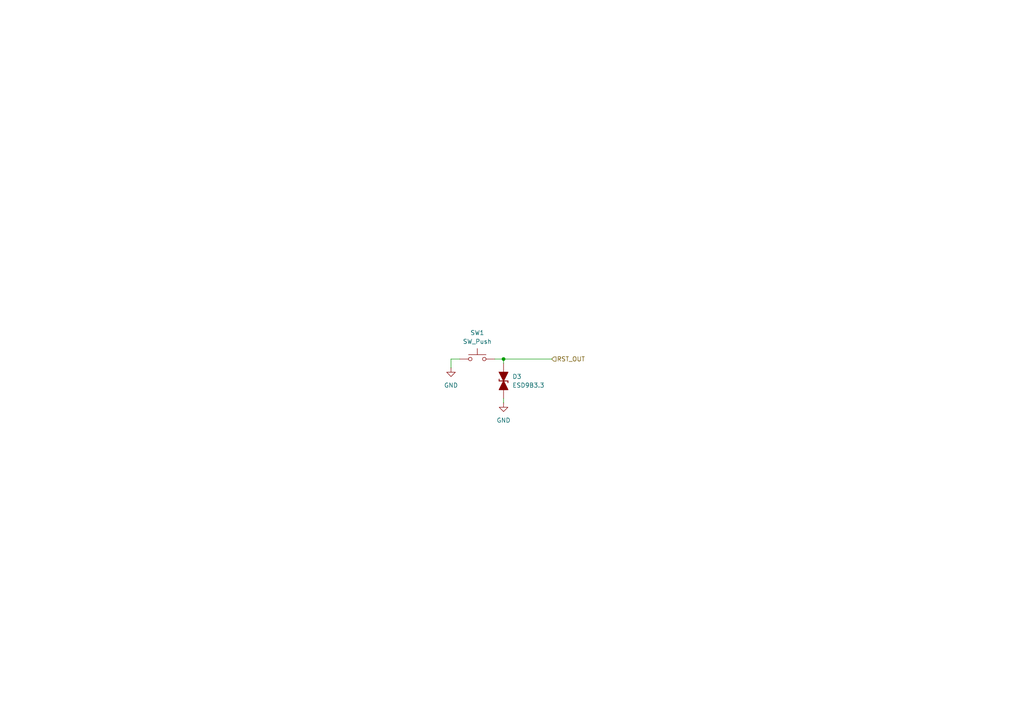
<source format=kicad_sch>
(kicad_sch
	(version 20250114)
	(generator "eeschema")
	(generator_version "9.0")
	(uuid "4f08ac62-08cc-4884-a8d3-935a9d7928d1")
	(paper "A4")
	(lib_symbols
		(symbol "PCM_Diode_TVS_AKL:ESD9B3.3"
			(pin_numbers
				(hide yes)
			)
			(pin_names
				(offset 1.016)
				(hide yes)
			)
			(exclude_from_sim no)
			(in_bom yes)
			(on_board yes)
			(property "Reference" "D"
				(at 0 5.08 0)
				(effects
					(font
						(size 1.27 1.27)
					)
				)
			)
			(property "Value" "ESD9B3.3"
				(at 0 2.54 0)
				(effects
					(font
						(size 1.27 1.27)
					)
				)
			)
			(property "Footprint" "PCM_Diode_SMD_AKL:D_SOD-923_TVS"
				(at 0 0 0)
				(effects
					(font
						(size 1.27 1.27)
					)
					(hide yes)
				)
			)
			(property "Datasheet" "https://www.tme.eu/Document/0fb79d9ad86508c0efdad25a1197dda3/ESD9B5.0ST5G.PDF"
				(at 0 0 0)
				(effects
					(font
						(size 1.27 1.27)
					)
					(hide yes)
				)
			)
			(property "Description" "SOD-923 Bidirectional TVS Diode, 3.3V, Alternate KiCAD Library"
				(at 0 0 0)
				(effects
					(font
						(size 1.27 1.27)
					)
					(hide yes)
				)
			)
			(property "ki_keywords" "diode TVS bidirectional ESD9B"
				(at 0 0 0)
				(effects
					(font
						(size 1.27 1.27)
					)
					(hide yes)
				)
			)
			(property "ki_fp_filters" "TO-???* *_Diode_* *SingleDiode* D_*"
				(at 0 0 0)
				(effects
					(font
						(size 1.27 1.27)
					)
					(hide yes)
				)
			)
			(symbol "ESD9B3.3_0_1"
				(polyline
					(pts
						(xy 0 1.27) (xy 0 -1.27)
					)
					(stroke
						(width 0.254)
						(type default)
					)
					(fill
						(type none)
					)
				)
				(polyline
					(pts
						(xy 0 1.27) (xy 0.508 1.27)
					)
					(stroke
						(width 0.254)
						(type default)
					)
					(fill
						(type none)
					)
				)
				(polyline
					(pts
						(xy 0 0) (xy -2.54 1.27) (xy -2.54 -1.27) (xy 0 0)
					)
					(stroke
						(width 0.254)
						(type default)
					)
					(fill
						(type outline)
					)
				)
				(polyline
					(pts
						(xy 0 -1.27) (xy -0.508 -1.27)
					)
					(stroke
						(width 0.254)
						(type default)
					)
					(fill
						(type none)
					)
				)
				(polyline
					(pts
						(xy 1.27 0) (xy -1.27 0)
					)
					(stroke
						(width 0)
						(type default)
					)
					(fill
						(type none)
					)
				)
				(polyline
					(pts
						(xy 2.54 1.27) (xy 2.54 -1.27) (xy 0 0) (xy 2.54 1.27)
					)
					(stroke
						(width 0.254)
						(type default)
					)
					(fill
						(type outline)
					)
				)
			)
			(symbol "ESD9B3.3_0_2"
				(polyline
					(pts
						(xy -3.81 -3.81) (xy 3.81 3.81)
					)
					(stroke
						(width 0)
						(type default)
					)
					(fill
						(type none)
					)
				)
				(polyline
					(pts
						(xy -1.778 -1.778) (xy -2.667 -0.889) (xy 0 0) (xy -0.889 -2.667) (xy -1.778 -1.778)
					)
					(stroke
						(width 0.254)
						(type default)
					)
					(fill
						(type outline)
					)
				)
				(polyline
					(pts
						(xy -0.889 0.889) (xy -1.27 0.508)
					)
					(stroke
						(width 0.254)
						(type default)
					)
					(fill
						(type none)
					)
				)
				(polyline
					(pts
						(xy -0.889 0.889) (xy 0.889 -0.889)
					)
					(stroke
						(width 0.254)
						(type default)
					)
					(fill
						(type none)
					)
				)
				(polyline
					(pts
						(xy 0.889 -0.889) (xy 1.27 -0.508)
					)
					(stroke
						(width 0.254)
						(type default)
					)
					(fill
						(type none)
					)
				)
				(polyline
					(pts
						(xy 1.778 1.778) (xy 2.667 0.889) (xy 0 0) (xy 0.889 2.667) (xy 1.778 1.778)
					)
					(stroke
						(width 0.254)
						(type default)
					)
					(fill
						(type outline)
					)
				)
			)
			(symbol "ESD9B3.3_1_1"
				(pin passive line
					(at -5.08 0 0)
					(length 2.54)
					(name "K"
						(effects
							(font
								(size 1.27 1.27)
							)
						)
					)
					(number "1"
						(effects
							(font
								(size 1.27 1.27)
							)
						)
					)
				)
				(pin passive line
					(at 5.08 0 180)
					(length 2.54)
					(name "A"
						(effects
							(font
								(size 1.27 1.27)
							)
						)
					)
					(number "2"
						(effects
							(font
								(size 1.27 1.27)
							)
						)
					)
				)
			)
			(symbol "ESD9B3.3_1_2"
				(pin passive line
					(at -3.81 -3.81 0)
					(length 0)
					(name "A"
						(effects
							(font
								(size 1.27 1.27)
							)
						)
					)
					(number "2"
						(effects
							(font
								(size 1.27 1.27)
							)
						)
					)
				)
				(pin passive line
					(at 3.81 3.81 180)
					(length 0)
					(name "K"
						(effects
							(font
								(size 1.27 1.27)
							)
						)
					)
					(number "1"
						(effects
							(font
								(size 1.27 1.27)
							)
						)
					)
				)
			)
			(embedded_fonts no)
		)
		(symbol "Switch:SW_Push"
			(pin_numbers
				(hide yes)
			)
			(pin_names
				(offset 1.016)
				(hide yes)
			)
			(exclude_from_sim no)
			(in_bom yes)
			(on_board yes)
			(property "Reference" "SW"
				(at 1.27 2.54 0)
				(effects
					(font
						(size 1.27 1.27)
					)
					(justify left)
				)
			)
			(property "Value" "SW_Push"
				(at 0 -1.524 0)
				(effects
					(font
						(size 1.27 1.27)
					)
				)
			)
			(property "Footprint" ""
				(at 0 5.08 0)
				(effects
					(font
						(size 1.27 1.27)
					)
					(hide yes)
				)
			)
			(property "Datasheet" "~"
				(at 0 5.08 0)
				(effects
					(font
						(size 1.27 1.27)
					)
					(hide yes)
				)
			)
			(property "Description" "Push button switch, generic, two pins"
				(at 0 0 0)
				(effects
					(font
						(size 1.27 1.27)
					)
					(hide yes)
				)
			)
			(property "ki_keywords" "switch normally-open pushbutton push-button"
				(at 0 0 0)
				(effects
					(font
						(size 1.27 1.27)
					)
					(hide yes)
				)
			)
			(symbol "SW_Push_0_1"
				(circle
					(center -2.032 0)
					(radius 0.508)
					(stroke
						(width 0)
						(type default)
					)
					(fill
						(type none)
					)
				)
				(polyline
					(pts
						(xy 0 1.27) (xy 0 3.048)
					)
					(stroke
						(width 0)
						(type default)
					)
					(fill
						(type none)
					)
				)
				(circle
					(center 2.032 0)
					(radius 0.508)
					(stroke
						(width 0)
						(type default)
					)
					(fill
						(type none)
					)
				)
				(polyline
					(pts
						(xy 2.54 1.27) (xy -2.54 1.27)
					)
					(stroke
						(width 0)
						(type default)
					)
					(fill
						(type none)
					)
				)
				(pin passive line
					(at -5.08 0 0)
					(length 2.54)
					(name "1"
						(effects
							(font
								(size 1.27 1.27)
							)
						)
					)
					(number "1"
						(effects
							(font
								(size 1.27 1.27)
							)
						)
					)
				)
				(pin passive line
					(at 5.08 0 180)
					(length 2.54)
					(name "2"
						(effects
							(font
								(size 1.27 1.27)
							)
						)
					)
					(number "2"
						(effects
							(font
								(size 1.27 1.27)
							)
						)
					)
				)
			)
			(embedded_fonts no)
		)
		(symbol "power:GND"
			(power)
			(pin_numbers
				(hide yes)
			)
			(pin_names
				(offset 0)
				(hide yes)
			)
			(exclude_from_sim no)
			(in_bom yes)
			(on_board yes)
			(property "Reference" "#PWR"
				(at 0 -6.35 0)
				(effects
					(font
						(size 1.27 1.27)
					)
					(hide yes)
				)
			)
			(property "Value" "GND"
				(at 0 -3.81 0)
				(effects
					(font
						(size 1.27 1.27)
					)
				)
			)
			(property "Footprint" ""
				(at 0 0 0)
				(effects
					(font
						(size 1.27 1.27)
					)
					(hide yes)
				)
			)
			(property "Datasheet" ""
				(at 0 0 0)
				(effects
					(font
						(size 1.27 1.27)
					)
					(hide yes)
				)
			)
			(property "Description" "Power symbol creates a global label with name \"GND\" , ground"
				(at 0 0 0)
				(effects
					(font
						(size 1.27 1.27)
					)
					(hide yes)
				)
			)
			(property "ki_keywords" "global power"
				(at 0 0 0)
				(effects
					(font
						(size 1.27 1.27)
					)
					(hide yes)
				)
			)
			(symbol "GND_0_1"
				(polyline
					(pts
						(xy 0 0) (xy 0 -1.27) (xy 1.27 -1.27) (xy 0 -2.54) (xy -1.27 -1.27) (xy 0 -1.27)
					)
					(stroke
						(width 0)
						(type default)
					)
					(fill
						(type none)
					)
				)
			)
			(symbol "GND_1_1"
				(pin power_in line
					(at 0 0 270)
					(length 0)
					(name "~"
						(effects
							(font
								(size 1.27 1.27)
							)
						)
					)
					(number "1"
						(effects
							(font
								(size 1.27 1.27)
							)
						)
					)
				)
			)
			(embedded_fonts no)
		)
	)
	(junction
		(at 146.05 104.14)
		(diameter 0)
		(color 0 0 0 0)
		(uuid "ff33c7fe-1dd0-42ed-83d7-09e98e8aa778")
	)
	(wire
		(pts
			(xy 130.81 104.14) (xy 130.81 106.68)
		)
		(stroke
			(width 0)
			(type default)
		)
		(uuid "00ca8d70-f4c0-4ee2-b29d-bf42e9763162")
	)
	(wire
		(pts
			(xy 160.02 104.14) (xy 146.05 104.14)
		)
		(stroke
			(width 0)
			(type default)
		)
		(uuid "2a5451d0-fc25-4635-bf33-c85df9fd8108")
	)
	(wire
		(pts
			(xy 146.05 115.57) (xy 146.05 116.84)
		)
		(stroke
			(width 0)
			(type default)
		)
		(uuid "32f5204e-727d-41ec-94af-d0e8c8e47be4")
	)
	(wire
		(pts
			(xy 143.51 104.14) (xy 146.05 104.14)
		)
		(stroke
			(width 0)
			(type default)
		)
		(uuid "959d8ada-0e54-45cc-9632-84340172a7c2")
	)
	(wire
		(pts
			(xy 133.35 104.14) (xy 130.81 104.14)
		)
		(stroke
			(width 0)
			(type default)
		)
		(uuid "973c03d9-29c0-49e9-84e5-a6a7165a8761")
	)
	(wire
		(pts
			(xy 146.05 105.41) (xy 146.05 104.14)
		)
		(stroke
			(width 0)
			(type default)
		)
		(uuid "b5aa9087-ac44-482c-9101-2ebd729b082b")
	)
	(hierarchical_label "RST_OUT"
		(shape input)
		(at 160.02 104.14 0)
		(effects
			(font
				(size 1.27 1.27)
			)
			(justify left)
		)
		(uuid "d294f821-78a2-48e1-b529-7dfd0914038e")
	)
	(symbol
		(lib_id "power:GND")
		(at 130.81 106.68 0)
		(unit 1)
		(exclude_from_sim no)
		(in_bom yes)
		(on_board yes)
		(dnp no)
		(fields_autoplaced yes)
		(uuid "4e59f5f0-7d84-4c96-9302-2def7e96d7a3")
		(property "Reference" "#PWR08"
			(at 130.81 113.03 0)
			(effects
				(font
					(size 1.27 1.27)
				)
				(hide yes)
			)
		)
		(property "Value" "GND"
			(at 130.81 111.76 0)
			(effects
				(font
					(size 1.27 1.27)
				)
			)
		)
		(property "Footprint" ""
			(at 130.81 106.68 0)
			(effects
				(font
					(size 1.27 1.27)
				)
				(hide yes)
			)
		)
		(property "Datasheet" ""
			(at 130.81 106.68 0)
			(effects
				(font
					(size 1.27 1.27)
				)
				(hide yes)
			)
		)
		(property "Description" "Power symbol creates a global label with name \"GND\" , ground"
			(at 130.81 106.68 0)
			(effects
				(font
					(size 1.27 1.27)
				)
				(hide yes)
			)
		)
		(pin "1"
			(uuid "5ab9b420-7ef9-42aa-a750-5d48a8133d82")
		)
		(instances
			(project "PLACA"
				(path "/0074ed61-f346-42bd-a29d-d171d80548f4/510462ea-d4f2-4035-93d1-12ab41753ca9/b3f9065f-ff70-432c-bb6d-0a2c512ea445"
					(reference "#PWR08")
					(unit 1)
				)
			)
		)
	)
	(symbol
		(lib_id "power:GND")
		(at 146.05 116.84 0)
		(unit 1)
		(exclude_from_sim no)
		(in_bom yes)
		(on_board yes)
		(dnp no)
		(fields_autoplaced yes)
		(uuid "5ea1c03d-9a28-48ba-b0fe-f279a9e3b163")
		(property "Reference" "#PWR014"
			(at 146.05 123.19 0)
			(effects
				(font
					(size 1.27 1.27)
				)
				(hide yes)
			)
		)
		(property "Value" "GND"
			(at 146.05 121.92 0)
			(effects
				(font
					(size 1.27 1.27)
				)
			)
		)
		(property "Footprint" ""
			(at 146.05 116.84 0)
			(effects
				(font
					(size 1.27 1.27)
				)
				(hide yes)
			)
		)
		(property "Datasheet" ""
			(at 146.05 116.84 0)
			(effects
				(font
					(size 1.27 1.27)
				)
				(hide yes)
			)
		)
		(property "Description" "Power symbol creates a global label with name \"GND\" , ground"
			(at 146.05 116.84 0)
			(effects
				(font
					(size 1.27 1.27)
				)
				(hide yes)
			)
		)
		(pin "1"
			(uuid "4c397543-93ce-4f2d-93f4-21e27cbe35cd")
		)
		(instances
			(project "PLACA"
				(path "/0074ed61-f346-42bd-a29d-d171d80548f4/510462ea-d4f2-4035-93d1-12ab41753ca9/b3f9065f-ff70-432c-bb6d-0a2c512ea445"
					(reference "#PWR014")
					(unit 1)
				)
			)
		)
	)
	(symbol
		(lib_id "Switch:SW_Push")
		(at 138.43 104.14 0)
		(unit 1)
		(exclude_from_sim no)
		(in_bom yes)
		(on_board yes)
		(dnp no)
		(fields_autoplaced yes)
		(uuid "a9afb9b4-aac1-404a-b8b1-d40901f45979")
		(property "Reference" "SW1"
			(at 138.43 96.52 0)
			(effects
				(font
					(size 1.27 1.27)
				)
			)
		)
		(property "Value" "SW_Push"
			(at 138.43 99.06 0)
			(effects
				(font
					(size 1.27 1.27)
				)
			)
		)
		(property "Footprint" "Button_Switch_SMD:SW_Push_1P1T_NO_CK_KSC7xxJ"
			(at 138.43 99.06 0)
			(effects
				(font
					(size 1.27 1.27)
				)
				(hide yes)
			)
		)
		(property "Datasheet" "~"
			(at 138.43 99.06 0)
			(effects
				(font
					(size 1.27 1.27)
				)
				(hide yes)
			)
		)
		(property "Description" "Push button switch, generic, two pins"
			(at 138.43 104.14 0)
			(effects
				(font
					(size 1.27 1.27)
				)
				(hide yes)
			)
		)
		(pin "1"
			(uuid "65291c07-cf6d-4719-9b93-32af57fec774")
		)
		(pin "2"
			(uuid "f33b6078-bec1-4fea-974c-7fae895027fa")
		)
		(instances
			(project "PLACA"
				(path "/0074ed61-f346-42bd-a29d-d171d80548f4/510462ea-d4f2-4035-93d1-12ab41753ca9/b3f9065f-ff70-432c-bb6d-0a2c512ea445"
					(reference "SW1")
					(unit 1)
				)
			)
		)
	)
	(symbol
		(lib_id "PCM_Diode_TVS_AKL:ESD9B3.3")
		(at 146.05 110.49 90)
		(unit 1)
		(exclude_from_sim no)
		(in_bom yes)
		(on_board yes)
		(dnp no)
		(fields_autoplaced yes)
		(uuid "d650a8de-b9eb-4414-bd00-5ace82b3cfe2")
		(property "Reference" "D3"
			(at 148.59 109.2199 90)
			(effects
				(font
					(size 1.27 1.27)
				)
				(justify right)
			)
		)
		(property "Value" "ESD9B3.3"
			(at 148.59 111.7599 90)
			(effects
				(font
					(size 1.27 1.27)
				)
				(justify right)
			)
		)
		(property "Footprint" "PCM_Diode_SMD_AKL:D_SOD-923_TVS"
			(at 146.05 110.49 0)
			(effects
				(font
					(size 1.27 1.27)
				)
				(hide yes)
			)
		)
		(property "Datasheet" "https://www.tme.eu/Document/0fb79d9ad86508c0efdad25a1197dda3/ESD9B5.0ST5G.PDF"
			(at 146.05 110.49 0)
			(effects
				(font
					(size 1.27 1.27)
				)
				(hide yes)
			)
		)
		(property "Description" "SOD-923 Bidirectional TVS Diode, 3.3V, Alternate KiCAD Library"
			(at 146.05 110.49 0)
			(effects
				(font
					(size 1.27 1.27)
				)
				(hide yes)
			)
		)
		(pin "2"
			(uuid "8df928ca-b4f6-4820-acb3-b42305eb7cff")
		)
		(pin "1"
			(uuid "fd646f9a-47ce-4a22-91e3-8335b6e0ebbc")
		)
		(instances
			(project "PLACA"
				(path "/0074ed61-f346-42bd-a29d-d171d80548f4/510462ea-d4f2-4035-93d1-12ab41753ca9/b3f9065f-ff70-432c-bb6d-0a2c512ea445"
					(reference "D3")
					(unit 1)
				)
			)
		)
	)
)

</source>
